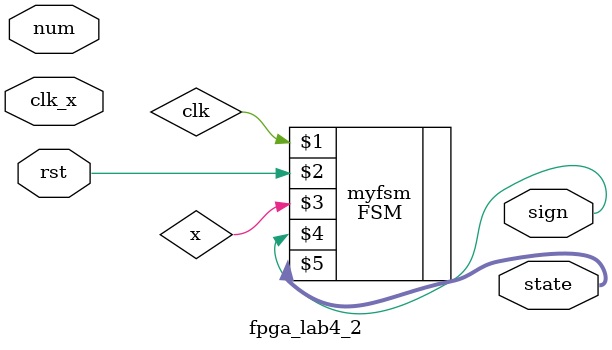
<source format=v>
`timescale 1ns / 1ps


module fpga_lab4_2(
    input clk_x,
    input rst,
    input num,
    output sign,
    output [2:0]state
    );
    
    FSM myfsm(clk,rst,x,sign,state);
    
endmodule

</source>
